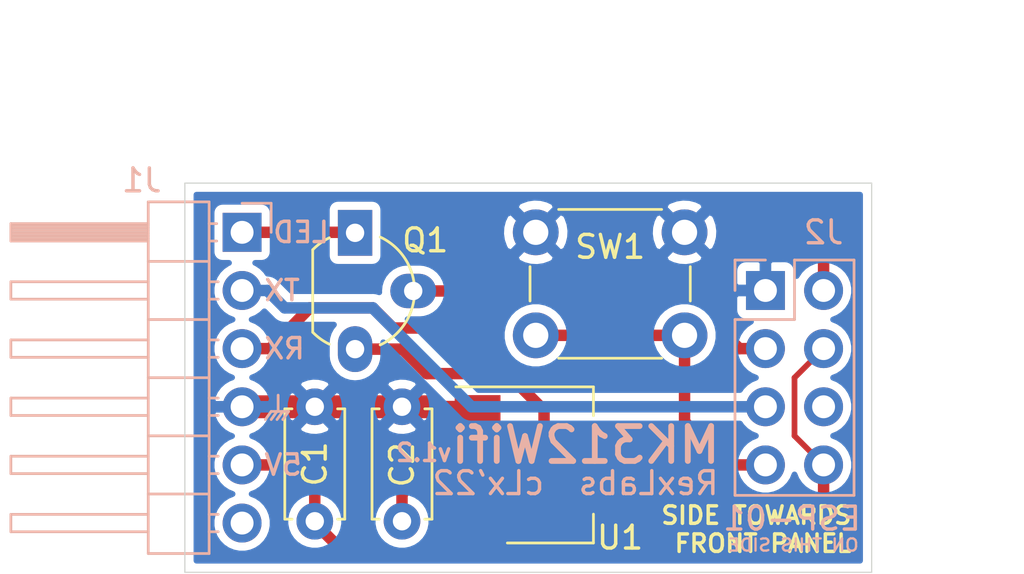
<source format=kicad_pcb>
(kicad_pcb (version 20171130) (host pcbnew 5.1.9+dfsg1-1)

  (general
    (thickness 1.6)
    (drawings 22)
    (tracks 59)
    (zones 0)
    (modules 7)
    (nets 11)
  )

  (page A4)
  (layers
    (0 F.Cu signal)
    (31 B.Cu signal)
    (32 B.Adhes user)
    (33 F.Adhes user)
    (34 B.Paste user)
    (35 F.Paste user)
    (36 B.SilkS user)
    (37 F.SilkS user)
    (38 B.Mask user)
    (39 F.Mask user)
    (40 Dwgs.User user)
    (41 Cmts.User user hide)
    (42 Eco1.User user hide)
    (43 Eco2.User user hide)
    (44 Edge.Cuts user)
    (45 Margin user)
    (46 B.CrtYd user)
    (47 F.CrtYd user)
    (48 B.Fab user hide)
    (49 F.Fab user hide)
  )

  (setup
    (last_trace_width 0.5)
    (user_trace_width 0.5)
    (trace_clearance 0.2)
    (zone_clearance 0.3556)
    (zone_45_only no)
    (trace_min 0.2)
    (via_size 0.8)
    (via_drill 0.4)
    (via_min_size 0.4)
    (via_min_drill 0.3)
    (uvia_size 0.3)
    (uvia_drill 0.1)
    (uvias_allowed no)
    (uvia_min_size 0.2)
    (uvia_min_drill 0.1)
    (edge_width 0.05)
    (segment_width 0.2)
    (pcb_text_width 0.3)
    (pcb_text_size 1.5 1.5)
    (mod_edge_width 0.12)
    (mod_text_size 1 1)
    (mod_text_width 0.15)
    (pad_size 1.524 1.524)
    (pad_drill 0.762)
    (pad_to_mask_clearance 0)
    (aux_axis_origin 0 0)
    (grid_origin 139.573 99.06)
    (visible_elements FFFFFF7F)
    (pcbplotparams
      (layerselection 0x010fc_ffffffff)
      (usegerberextensions false)
      (usegerberattributes true)
      (usegerberadvancedattributes true)
      (creategerberjobfile true)
      (excludeedgelayer true)
      (linewidth 0.100000)
      (plotframeref false)
      (viasonmask false)
      (mode 1)
      (useauxorigin false)
      (hpglpennumber 1)
      (hpglpenspeed 20)
      (hpglpendiameter 15.000000)
      (psnegative false)
      (psa4output false)
      (plotreference true)
      (plotvalue true)
      (plotinvisibletext false)
      (padsonsilk false)
      (subtractmaskfromsilk false)
      (outputformat 1)
      (mirror false)
      (drillshape 1)
      (scaleselection 1)
      (outputdirectory ""))
  )

  (net 0 "")
  (net 1 "Net-(J1-Pad6)")
  (net 2 /STATE_LED)
  (net 3 GND)
  (net 4 /+5V)
  (net 5 +3V3)
  (net 6 /RX)
  (net 7 /TX)
  (net 8 "Net-(J2-Pad6)")
  (net 9 "Net-(J2-Pad4)")
  (net 10 "Net-(J2-Pad8)")

  (net_class Default "This is the default net class."
    (clearance 0.2)
    (trace_width 0.5)
    (via_dia 0.8)
    (via_drill 0.4)
    (uvia_dia 0.3)
    (uvia_drill 0.1)
    (add_net +3V3)
    (add_net /+5V)
    (add_net /RX)
    (add_net /STATE_LED)
    (add_net /TX)
    (add_net GND)
    (add_net "Net-(J1-Pad6)")
    (add_net "Net-(J2-Pad4)")
    (add_net "Net-(J2-Pad6)")
    (add_net "Net-(J2-Pad8)")
  )

  (net_class GND ""
    (clearance 0.25)
    (trace_width 1)
    (via_dia 0.8)
    (via_drill 0.4)
    (uvia_dia 0.3)
    (uvia_drill 0.1)
  )

  (module "ESP Wifi Interface:ESP_2x04" (layer B.Cu) (tedit 622C6AD9) (tstamp 624C1760)
    (at 163.703 99.06 270)
    (descr "Through hole straight pin header, 2x04, 2.54mm pitch, double rows")
    (tags "Through hole pin header THT 2x04 2.54mm double row")
    (path /620BB733)
    (fp_text reference J2 (at -6.35 -1.27) (layer B.SilkS)
      (effects (font (size 1 1) (thickness 0.15)) (justify mirror))
    )
    (fp_text value ESP-01 (at 6.156069 0.110019 180) (layer B.SilkS)
      (effects (font (size 1 1) (thickness 0.15)) (justify mirror))
    )
    (fp_line (start -5.08 1.27) (end -5.08 -2.54) (layer B.Fab) (width 0.1))
    (fp_line (start -5.08 -2.54) (end 5.08 -2.54) (layer B.Fab) (width 0.1))
    (fp_line (start 5.08 -2.54) (end 5.08 2.54) (layer B.Fab) (width 0.1))
    (fp_line (start 5.08 2.54) (end -3.81 2.54) (layer B.Fab) (width 0.1))
    (fp_line (start -3.81 2.54) (end -5.08 1.27) (layer B.Fab) (width 0.1))
    (fp_line (start 5.14 2.6) (end 5.14 -2.6) (layer B.SilkS) (width 0.12))
    (fp_line (start -2.54 2.6) (end 5.14 2.6) (layer B.SilkS) (width 0.12))
    (fp_line (start -5.14 -2.6) (end 5.14 -2.6) (layer B.SilkS) (width 0.12))
    (fp_line (start -2.54 2.6) (end -2.54 0) (layer B.SilkS) (width 0.12))
    (fp_line (start -2.54 0) (end -5.14 0) (layer B.SilkS) (width 0.12))
    (fp_line (start -5.14 0) (end -5.14 -2.6) (layer B.SilkS) (width 0.12))
    (fp_line (start -3.81 2.6) (end -5.14 2.6) (layer B.SilkS) (width 0.12))
    (fp_line (start -5.14 2.6) (end -5.14 1.27) (layer B.SilkS) (width 0.12))
    (fp_line (start -5.61 3.07) (end 5.59 3.07) (layer B.CrtYd) (width 0.05))
    (fp_line (start 5.59 3.07) (end 5.59 -3.08) (layer B.CrtYd) (width 0.05))
    (fp_line (start 5.59 -3.08) (end -5.61 -3.08) (layer B.CrtYd) (width 0.05))
    (fp_line (start -5.61 -3.08) (end -5.61 3.07) (layer B.CrtYd) (width 0.05))
    (fp_text user %R (at 0 0 270) (layer B.Fab)
      (effects (font (size 1 1) (thickness 0.15)) (justify mirror))
    )
    (pad 1 thru_hole rect (at -3.81 1.27 180) (size 1.7 1.7) (drill 1) (layers *.Cu *.Mask)
      (net 3 GND))
    (pad 8 thru_hole oval (at -3.81 -1.27 180) (size 1.7 1.7) (drill 1) (layers *.Cu *.Mask)
      (net 10 "Net-(J2-Pad8)"))
    (pad 2 thru_hole oval (at -1.27 1.27 180) (size 1.7 1.7) (drill 1) (layers *.Cu *.Mask)
      (net 6 /RX))
    (pad 7 thru_hole oval (at -1.27 -1.27 180) (size 1.7 1.7) (drill 1) (layers *.Cu *.Mask)
      (net 5 +3V3))
    (pad 3 thru_hole oval (at 1.27 1.27 180) (size 1.7 1.7) (drill 1) (layers *.Cu *.Mask)
      (net 7 /TX))
    (pad 6 thru_hole oval (at 1.27 -1.27 180) (size 1.7 1.7) (drill 1) (layers *.Cu *.Mask)
      (net 8 "Net-(J2-Pad6)"))
    (pad 4 thru_hole oval (at 3.81 1.27 180) (size 1.7 1.7) (drill 1) (layers *.Cu *.Mask)
      (net 9 "Net-(J2-Pad4)"))
    (pad 5 thru_hole oval (at 3.81 -1.27 180) (size 1.7 1.7) (drill 1) (layers *.Cu *.Mask)
      (net 5 +3V3))
    (model ${KISYS3DMOD}/Pin_Headers.3dshapes/Pin_Header_Straight_2x04_Pitch2.54mm.wrl
      (at (xyz 0 0 0))
      (scale (xyz 1 1 1))
      (rotate (xyz 0 0 0))
    )
  )

  (module Capacitors_THT:C_Disc_D4.7mm_W2.5mm_P5.00mm (layer F.Cu) (tedit 597BC7C2) (tstamp 624C04E1)
    (at 146.558 105.33 90)
    (descr "C, Disc series, Radial, pin pitch=5.00mm, , diameter*width=4.7*2.5mm^2, Capacitor, http://www.vishay.com/docs/45233/krseries.pdf")
    (tags "C Disc series Radial pin pitch 5.00mm  diameter 4.7mm width 2.5mm Capacitor")
    (path /620B0121)
    (fp_text reference C2 (at 2.46 0 90) (layer F.SilkS)
      (effects (font (size 1 1) (thickness 0.15)))
    )
    (fp_text value 100n (at 2.5 2.56 90) (layer F.Fab)
      (effects (font (size 1 1) (thickness 0.15)))
    )
    (fp_line (start 6.05 -1.6) (end -1.05 -1.6) (layer F.CrtYd) (width 0.05))
    (fp_line (start 6.05 1.6) (end 6.05 -1.6) (layer F.CrtYd) (width 0.05))
    (fp_line (start -1.05 1.6) (end 6.05 1.6) (layer F.CrtYd) (width 0.05))
    (fp_line (start -1.05 -1.6) (end -1.05 1.6) (layer F.CrtYd) (width 0.05))
    (fp_line (start 4.91 0.996) (end 4.91 1.31) (layer F.SilkS) (width 0.12))
    (fp_line (start 4.91 -1.31) (end 4.91 -0.996) (layer F.SilkS) (width 0.12))
    (fp_line (start 0.09 0.996) (end 0.09 1.31) (layer F.SilkS) (width 0.12))
    (fp_line (start 0.09 -1.31) (end 0.09 -0.996) (layer F.SilkS) (width 0.12))
    (fp_line (start 0.09 1.31) (end 4.91 1.31) (layer F.SilkS) (width 0.12))
    (fp_line (start 0.09 -1.31) (end 4.91 -1.31) (layer F.SilkS) (width 0.12))
    (fp_line (start 4.85 -1.25) (end 0.15 -1.25) (layer F.Fab) (width 0.1))
    (fp_line (start 4.85 1.25) (end 4.85 -1.25) (layer F.Fab) (width 0.1))
    (fp_line (start 0.15 1.25) (end 4.85 1.25) (layer F.Fab) (width 0.1))
    (fp_line (start 0.15 -1.25) (end 0.15 1.25) (layer F.Fab) (width 0.1))
    (fp_text user %R (at 2.5 0 90) (layer F.Fab)
      (effects (font (size 1 1) (thickness 0.15)))
    )
    (pad 2 thru_hole circle (at 5 0 90) (size 1.6 1.6) (drill 0.8) (layers *.Cu *.Mask)
      (net 3 GND))
    (pad 1 thru_hole circle (at 0 0 90) (size 1.6 1.6) (drill 0.8) (layers *.Cu *.Mask)
      (net 5 +3V3))
    (model ${KISYS3DMOD}/Capacitors_THT.3dshapes/C_Disc_D4.7mm_W2.5mm_P5.00mm.wrl
      (at (xyz 0 0 0))
      (scale (xyz 1 1 1))
      (rotate (xyz 0 0 0))
    )
  )

  (module Capacitors_THT:C_Disc_D4.7mm_W2.5mm_P5.00mm (layer F.Cu) (tedit 597BC7C2) (tstamp 624C05AD)
    (at 142.748 105.33 90)
    (descr "C, Disc series, Radial, pin pitch=5.00mm, , diameter*width=4.7*2.5mm^2, Capacitor, http://www.vishay.com/docs/45233/krseries.pdf")
    (tags "C Disc series Radial pin pitch 5.00mm  diameter 4.7mm width 2.5mm Capacitor")
    (path /620AFC68)
    (fp_text reference C1 (at 2.5 0 90) (layer F.SilkS)
      (effects (font (size 1 1) (thickness 0.15)))
    )
    (fp_text value 100n (at 2.5 2.56 90) (layer F.Fab)
      (effects (font (size 1 1) (thickness 0.15)))
    )
    (fp_line (start 6.05 -1.6) (end -1.05 -1.6) (layer F.CrtYd) (width 0.05))
    (fp_line (start 6.05 1.6) (end 6.05 -1.6) (layer F.CrtYd) (width 0.05))
    (fp_line (start -1.05 1.6) (end 6.05 1.6) (layer F.CrtYd) (width 0.05))
    (fp_line (start -1.05 -1.6) (end -1.05 1.6) (layer F.CrtYd) (width 0.05))
    (fp_line (start 4.91 0.996) (end 4.91 1.31) (layer F.SilkS) (width 0.12))
    (fp_line (start 4.91 -1.31) (end 4.91 -0.996) (layer F.SilkS) (width 0.12))
    (fp_line (start 0.09 0.996) (end 0.09 1.31) (layer F.SilkS) (width 0.12))
    (fp_line (start 0.09 -1.31) (end 0.09 -0.996) (layer F.SilkS) (width 0.12))
    (fp_line (start 0.09 1.31) (end 4.91 1.31) (layer F.SilkS) (width 0.12))
    (fp_line (start 0.09 -1.31) (end 4.91 -1.31) (layer F.SilkS) (width 0.12))
    (fp_line (start 4.85 -1.25) (end 0.15 -1.25) (layer F.Fab) (width 0.1))
    (fp_line (start 4.85 1.25) (end 4.85 -1.25) (layer F.Fab) (width 0.1))
    (fp_line (start 0.15 1.25) (end 4.85 1.25) (layer F.Fab) (width 0.1))
    (fp_line (start 0.15 -1.25) (end 0.15 1.25) (layer F.Fab) (width 0.1))
    (fp_text user %R (at 2.5 0 90) (layer F.Fab)
      (effects (font (size 1 1) (thickness 0.15)))
    )
    (pad 2 thru_hole circle (at 5 0 90) (size 1.6 1.6) (drill 0.8) (layers *.Cu *.Mask)
      (net 3 GND))
    (pad 1 thru_hole circle (at 0 0 90) (size 1.6 1.6) (drill 0.8) (layers *.Cu *.Mask)
      (net 4 /+5V))
    (model ${KISYS3DMOD}/Capacitors_THT.3dshapes/C_Disc_D4.7mm_W2.5mm_P5.00mm.wrl
      (at (xyz 0 0 0))
      (scale (xyz 1 1 1))
      (rotate (xyz 0 0 0))
    )
  )

  (module TO_SOT_Packages_SMD:SOT-223-3_TabPin2 (layer F.Cu) (tedit 58CE4E7E) (tstamp 6216B120)
    (at 153.01 102.87)
    (descr "module CMS SOT223 4 pins")
    (tags "CMS SOT")
    (path /620AD5A0)
    (attr smd)
    (fp_text reference U1 (at 3.073 3.175) (layer F.SilkS)
      (effects (font (size 1 1) (thickness 0.15)))
    )
    (fp_text value AMS1117-3.3 (at 0 4.5) (layer F.Fab)
      (effects (font (size 1 1) (thickness 0.15)))
    )
    (fp_line (start 1.85 -3.35) (end 1.85 3.35) (layer F.Fab) (width 0.1))
    (fp_line (start -1.85 3.35) (end 1.85 3.35) (layer F.Fab) (width 0.1))
    (fp_line (start -4.1 -3.41) (end 1.91 -3.41) (layer F.SilkS) (width 0.12))
    (fp_line (start -0.85 -3.35) (end 1.85 -3.35) (layer F.Fab) (width 0.1))
    (fp_line (start -1.85 3.41) (end 1.91 3.41) (layer F.SilkS) (width 0.12))
    (fp_line (start -1.85 -2.35) (end -1.85 3.35) (layer F.Fab) (width 0.1))
    (fp_line (start -1.85 -2.35) (end -0.85 -3.35) (layer F.Fab) (width 0.1))
    (fp_line (start -4.4 -3.6) (end -4.4 3.6) (layer F.CrtYd) (width 0.05))
    (fp_line (start -4.4 3.6) (end 4.4 3.6) (layer F.CrtYd) (width 0.05))
    (fp_line (start 4.4 3.6) (end 4.4 -3.6) (layer F.CrtYd) (width 0.05))
    (fp_line (start 4.4 -3.6) (end -4.4 -3.6) (layer F.CrtYd) (width 0.05))
    (fp_line (start 1.91 -3.41) (end 1.91 -2.15) (layer F.SilkS) (width 0.12))
    (fp_line (start 1.91 3.41) (end 1.91 2.15) (layer F.SilkS) (width 0.12))
    (fp_text user %R (at 0 0 90) (layer F.Fab)
      (effects (font (size 0.8 0.8) (thickness 0.12)))
    )
    (pad 1 smd rect (at -3.15 -2.3) (size 2 1.5) (layers F.Cu F.Paste F.Mask)
      (net 3 GND))
    (pad 3 smd rect (at -3.15 2.3) (size 2 1.5) (layers F.Cu F.Paste F.Mask)
      (net 4 /+5V))
    (pad 2 smd rect (at -3.15 0) (size 2 1.5) (layers F.Cu F.Paste F.Mask)
      (net 5 +3V3))
    (pad 2 smd rect (at 3.15 0) (size 2 3.8) (layers F.Cu F.Paste F.Mask)
      (net 5 +3V3))
    (model ${KISYS3DMOD}/TO_SOT_Packages_SMD.3dshapes/SOT-223.wrl
      (at (xyz 0 0 0))
      (scale (xyz 1 1 1))
      (rotate (xyz 0 0 0))
    )
  )

  (module Buttons_Switches_THT:SW_PUSH_6mm (layer F.Cu) (tedit 5923F252) (tstamp 6216F3F0)
    (at 152.4 92.71)
    (descr https://www.omron.com/ecb/products/pdf/en-b3f.pdf)
    (tags "tact sw push 6mm")
    (path /620C188C)
    (fp_text reference SW1 (at 3.25 0.635) (layer F.SilkS)
      (effects (font (size 1 1) (thickness 0.15)))
    )
    (fp_text value SW_Push (at 3.75 6.7) (layer F.Fab)
      (effects (font (size 1 1) (thickness 0.15)))
    )
    (fp_circle (center 3.25 2.25) (end 1.25 2.5) (layer F.Fab) (width 0.1))
    (fp_line (start 6.75 3) (end 6.75 1.5) (layer F.SilkS) (width 0.12))
    (fp_line (start 5.5 -1) (end 1 -1) (layer F.SilkS) (width 0.12))
    (fp_line (start -0.25 1.5) (end -0.25 3) (layer F.SilkS) (width 0.12))
    (fp_line (start 1 5.5) (end 5.5 5.5) (layer F.SilkS) (width 0.12))
    (fp_line (start 8 -1.25) (end 8 5.75) (layer F.CrtYd) (width 0.05))
    (fp_line (start 7.75 6) (end -1.25 6) (layer F.CrtYd) (width 0.05))
    (fp_line (start -1.5 5.75) (end -1.5 -1.25) (layer F.CrtYd) (width 0.05))
    (fp_line (start -1.25 -1.5) (end 7.75 -1.5) (layer F.CrtYd) (width 0.05))
    (fp_line (start -1.5 6) (end -1.25 6) (layer F.CrtYd) (width 0.05))
    (fp_line (start -1.5 5.75) (end -1.5 6) (layer F.CrtYd) (width 0.05))
    (fp_line (start -1.5 -1.5) (end -1.25 -1.5) (layer F.CrtYd) (width 0.05))
    (fp_line (start -1.5 -1.25) (end -1.5 -1.5) (layer F.CrtYd) (width 0.05))
    (fp_line (start 8 -1.5) (end 8 -1.25) (layer F.CrtYd) (width 0.05))
    (fp_line (start 7.75 -1.5) (end 8 -1.5) (layer F.CrtYd) (width 0.05))
    (fp_line (start 8 6) (end 8 5.75) (layer F.CrtYd) (width 0.05))
    (fp_line (start 7.75 6) (end 8 6) (layer F.CrtYd) (width 0.05))
    (fp_line (start 0.25 -0.75) (end 3.25 -0.75) (layer F.Fab) (width 0.1))
    (fp_line (start 0.25 5.25) (end 0.25 -0.75) (layer F.Fab) (width 0.1))
    (fp_line (start 6.25 5.25) (end 0.25 5.25) (layer F.Fab) (width 0.1))
    (fp_line (start 6.25 -0.75) (end 6.25 5.25) (layer F.Fab) (width 0.1))
    (fp_line (start 3.25 -0.75) (end 6.25 -0.75) (layer F.Fab) (width 0.1))
    (fp_text user %R (at 3.25 2.25) (layer F.Fab)
      (effects (font (size 1 1) (thickness 0.15)))
    )
    (pad 1 thru_hole circle (at 6.5 0 90) (size 2 2) (drill 1.1) (layers *.Cu *.Mask)
      (net 3 GND))
    (pad 2 thru_hole circle (at 6.5 4.5 90) (size 2 2) (drill 1.1) (layers *.Cu *.Mask)
      (net 9 "Net-(J2-Pad4)"))
    (pad 1 thru_hole circle (at 0 0 90) (size 2 2) (drill 1.1) (layers *.Cu *.Mask)
      (net 3 GND))
    (pad 2 thru_hole circle (at 0 4.5 90) (size 2 2) (drill 1.1) (layers *.Cu *.Mask)
      (net 9 "Net-(J2-Pad4)"))
    (model ${KISYS3DMOD}/Buttons_Switches_THT.3dshapes/SW_PUSH_6mm.wrl
      (offset (xyz 0.1269999980926514 0 0))
      (scale (xyz 0.3937 0.3937 0.3937))
      (rotate (xyz 0 0 0))
    )
  )

  (module TO_SOT_Packages_THT:TO-92_Molded_Wide_Oval (layer F.Cu) (tedit 58CE52AF) (tstamp 624BAA88)
    (at 144.507542 92.732295 270)
    (descr "TO-92 leads molded, wide, oval pads, drill 0.8mm (see NXP sot054_po.pdf)")
    (tags "to-92 sc-43 sc-43a sot54 PA33 transistor")
    (path /624B7ECC)
    (fp_text reference Q1 (at 0.327705 -3.065458 180) (layer F.SilkS)
      (effects (font (size 1 1) (thickness 0.15)))
    )
    (fp_text value PN2222A (at 2.54 3.05 90) (layer F.Fab)
      (effects (font (size 1 1) (thickness 0.15)))
    )
    (fp_line (start 6.33 2.01) (end -1.25 2.01) (layer F.CrtYd) (width 0.05))
    (fp_line (start 6.33 2.01) (end 6.33 -3.79) (layer F.CrtYd) (width 0.05))
    (fp_line (start -1.25 -3.79) (end -1.25 2.01) (layer F.CrtYd) (width 0.05))
    (fp_line (start -1.25 -3.79) (end 6.33 -3.79) (layer F.CrtYd) (width 0.05))
    (fp_line (start 0.8 1.75) (end 4.3 1.75) (layer F.Fab) (width 0.1))
    (fp_line (start 0.74 1.85) (end 4.34 1.85) (layer F.SilkS) (width 0.12))
    (fp_arc (start 2.54 0) (end 4.34 1.85) (angle -20) (layer F.SilkS) (width 0.12))
    (fp_arc (start 2.54 0) (end 2.54 -2.48) (angle -135) (layer F.Fab) (width 0.1))
    (fp_arc (start 2.54 0) (end 2.54 -2.48) (angle 135) (layer F.Fab) (width 0.1))
    (fp_arc (start 2.54 0) (end 2.54 -2.6) (angle 65) (layer F.SilkS) (width 0.12))
    (fp_arc (start 2.54 0) (end 2.54 -2.6) (angle -65) (layer F.SilkS) (width 0.12))
    (fp_arc (start 2.54 0) (end 0.74 1.85) (angle 20) (layer F.SilkS) (width 0.12))
    (fp_text user %R (at 2.54 -4.57 90) (layer F.Fab)
      (effects (font (size 1 1) (thickness 0.15)))
    )
    (pad 3 thru_hole oval (at 5.08 0) (size 1.5 2) (drill 0.8) (layers *.Cu *.Mask)
      (net 5 +3V3))
    (pad 1 thru_hole rect (at 0 0) (size 1.5 2) (drill 0.8) (layers *.Cu *.Mask)
      (net 2 /STATE_LED))
    (pad 2 thru_hole oval (at 2.54 -2.54) (size 2 1.5) (drill 0.8) (layers *.Cu *.Mask)
      (net 10 "Net-(J2-Pad8)"))
    (model ${KISYS3DMOD}/TO_SOT_Packages_THT.3dshapes/TO-92_Molded_Wide_Oval.wrl
      (offset (xyz 2.539999961853027 0 0))
      (scale (xyz 1 1 1))
      (rotate (xyz 0 0 -90))
    )
  )

  (module Pin_Headers:Pin_Header_Angled_1x06_Pitch2.54mm (layer B.Cu) (tedit 59650532) (tstamp 6217A7E6)
    (at 139.573 92.71 180)
    (descr "Through hole angled pin header, 1x06, 2.54mm pitch, 6mm pin length, single row")
    (tags "Through hole angled pin header THT 1x06 2.54mm single row")
    (path /620BC83D)
    (fp_text reference J1 (at 4.385 2.27) (layer B.SilkS)
      (effects (font (size 1 1) (thickness 0.15)) (justify mirror))
    )
    (fp_text value "MK312 Interface" (at 4.385 -14.97) (layer B.Fab)
      (effects (font (size 1 1) (thickness 0.15)) (justify mirror))
    )
    (fp_line (start 10.55 1.8) (end -1.8 1.8) (layer B.CrtYd) (width 0.05))
    (fp_line (start 10.55 -14.5) (end 10.55 1.8) (layer B.CrtYd) (width 0.05))
    (fp_line (start -1.8 -14.5) (end 10.55 -14.5) (layer B.CrtYd) (width 0.05))
    (fp_line (start -1.8 1.8) (end -1.8 -14.5) (layer B.CrtYd) (width 0.05))
    (fp_line (start -1.27 1.27) (end 0 1.27) (layer B.SilkS) (width 0.12))
    (fp_line (start -1.27 0) (end -1.27 1.27) (layer B.SilkS) (width 0.12))
    (fp_line (start 1.042929 -13.08) (end 1.44 -13.08) (layer B.SilkS) (width 0.12))
    (fp_line (start 1.042929 -12.32) (end 1.44 -12.32) (layer B.SilkS) (width 0.12))
    (fp_line (start 10.1 -13.08) (end 4.1 -13.08) (layer B.SilkS) (width 0.12))
    (fp_line (start 10.1 -12.32) (end 10.1 -13.08) (layer B.SilkS) (width 0.12))
    (fp_line (start 4.1 -12.32) (end 10.1 -12.32) (layer B.SilkS) (width 0.12))
    (fp_line (start 1.44 -11.43) (end 4.1 -11.43) (layer B.SilkS) (width 0.12))
    (fp_line (start 1.042929 -10.54) (end 1.44 -10.54) (layer B.SilkS) (width 0.12))
    (fp_line (start 1.042929 -9.78) (end 1.44 -9.78) (layer B.SilkS) (width 0.12))
    (fp_line (start 10.1 -10.54) (end 4.1 -10.54) (layer B.SilkS) (width 0.12))
    (fp_line (start 10.1 -9.78) (end 10.1 -10.54) (layer B.SilkS) (width 0.12))
    (fp_line (start 4.1 -9.78) (end 10.1 -9.78) (layer B.SilkS) (width 0.12))
    (fp_line (start 1.44 -8.89) (end 4.1 -8.89) (layer B.SilkS) (width 0.12))
    (fp_line (start 1.042929 -8) (end 1.44 -8) (layer B.SilkS) (width 0.12))
    (fp_line (start 1.042929 -7.24) (end 1.44 -7.24) (layer B.SilkS) (width 0.12))
    (fp_line (start 10.1 -8) (end 4.1 -8) (layer B.SilkS) (width 0.12))
    (fp_line (start 10.1 -7.24) (end 10.1 -8) (layer B.SilkS) (width 0.12))
    (fp_line (start 4.1 -7.24) (end 10.1 -7.24) (layer B.SilkS) (width 0.12))
    (fp_line (start 1.44 -6.35) (end 4.1 -6.35) (layer B.SilkS) (width 0.12))
    (fp_line (start 1.042929 -5.46) (end 1.44 -5.46) (layer B.SilkS) (width 0.12))
    (fp_line (start 1.042929 -4.7) (end 1.44 -4.7) (layer B.SilkS) (width 0.12))
    (fp_line (start 10.1 -5.46) (end 4.1 -5.46) (layer B.SilkS) (width 0.12))
    (fp_line (start 10.1 -4.7) (end 10.1 -5.46) (layer B.SilkS) (width 0.12))
    (fp_line (start 4.1 -4.7) (end 10.1 -4.7) (layer B.SilkS) (width 0.12))
    (fp_line (start 1.44 -3.81) (end 4.1 -3.81) (layer B.SilkS) (width 0.12))
    (fp_line (start 1.042929 -2.92) (end 1.44 -2.92) (layer B.SilkS) (width 0.12))
    (fp_line (start 1.042929 -2.16) (end 1.44 -2.16) (layer B.SilkS) (width 0.12))
    (fp_line (start 10.1 -2.92) (end 4.1 -2.92) (layer B.SilkS) (width 0.12))
    (fp_line (start 10.1 -2.16) (end 10.1 -2.92) (layer B.SilkS) (width 0.12))
    (fp_line (start 4.1 -2.16) (end 10.1 -2.16) (layer B.SilkS) (width 0.12))
    (fp_line (start 1.44 -1.27) (end 4.1 -1.27) (layer B.SilkS) (width 0.12))
    (fp_line (start 1.11 -0.38) (end 1.44 -0.38) (layer B.SilkS) (width 0.12))
    (fp_line (start 1.11 0.38) (end 1.44 0.38) (layer B.SilkS) (width 0.12))
    (fp_line (start 4.1 -0.28) (end 10.1 -0.28) (layer B.SilkS) (width 0.12))
    (fp_line (start 4.1 -0.16) (end 10.1 -0.16) (layer B.SilkS) (width 0.12))
    (fp_line (start 4.1 -0.04) (end 10.1 -0.04) (layer B.SilkS) (width 0.12))
    (fp_line (start 4.1 0.08) (end 10.1 0.08) (layer B.SilkS) (width 0.12))
    (fp_line (start 4.1 0.2) (end 10.1 0.2) (layer B.SilkS) (width 0.12))
    (fp_line (start 4.1 0.32) (end 10.1 0.32) (layer B.SilkS) (width 0.12))
    (fp_line (start 10.1 -0.38) (end 4.1 -0.38) (layer B.SilkS) (width 0.12))
    (fp_line (start 10.1 0.38) (end 10.1 -0.38) (layer B.SilkS) (width 0.12))
    (fp_line (start 4.1 0.38) (end 10.1 0.38) (layer B.SilkS) (width 0.12))
    (fp_line (start 4.1 1.33) (end 1.44 1.33) (layer B.SilkS) (width 0.12))
    (fp_line (start 4.1 -14.03) (end 4.1 1.33) (layer B.SilkS) (width 0.12))
    (fp_line (start 1.44 -14.03) (end 4.1 -14.03) (layer B.SilkS) (width 0.12))
    (fp_line (start 1.44 1.33) (end 1.44 -14.03) (layer B.SilkS) (width 0.12))
    (fp_line (start 4.04 -13.02) (end 10.04 -13.02) (layer B.Fab) (width 0.1))
    (fp_line (start 10.04 -12.38) (end 10.04 -13.02) (layer B.Fab) (width 0.1))
    (fp_line (start 4.04 -12.38) (end 10.04 -12.38) (layer B.Fab) (width 0.1))
    (fp_line (start -0.32 -13.02) (end 1.5 -13.02) (layer B.Fab) (width 0.1))
    (fp_line (start -0.32 -12.38) (end -0.32 -13.02) (layer B.Fab) (width 0.1))
    (fp_line (start -0.32 -12.38) (end 1.5 -12.38) (layer B.Fab) (width 0.1))
    (fp_line (start 4.04 -10.48) (end 10.04 -10.48) (layer B.Fab) (width 0.1))
    (fp_line (start 10.04 -9.84) (end 10.04 -10.48) (layer B.Fab) (width 0.1))
    (fp_line (start 4.04 -9.84) (end 10.04 -9.84) (layer B.Fab) (width 0.1))
    (fp_line (start -0.32 -10.48) (end 1.5 -10.48) (layer B.Fab) (width 0.1))
    (fp_line (start -0.32 -9.84) (end -0.32 -10.48) (layer B.Fab) (width 0.1))
    (fp_line (start -0.32 -9.84) (end 1.5 -9.84) (layer B.Fab) (width 0.1))
    (fp_line (start 4.04 -7.94) (end 10.04 -7.94) (layer B.Fab) (width 0.1))
    (fp_line (start 10.04 -7.3) (end 10.04 -7.94) (layer B.Fab) (width 0.1))
    (fp_line (start 4.04 -7.3) (end 10.04 -7.3) (layer B.Fab) (width 0.1))
    (fp_line (start -0.32 -7.94) (end 1.5 -7.94) (layer B.Fab) (width 0.1))
    (fp_line (start -0.32 -7.3) (end -0.32 -7.94) (layer B.Fab) (width 0.1))
    (fp_line (start -0.32 -7.3) (end 1.5 -7.3) (layer B.Fab) (width 0.1))
    (fp_line (start 4.04 -5.4) (end 10.04 -5.4) (layer B.Fab) (width 0.1))
    (fp_line (start 10.04 -4.76) (end 10.04 -5.4) (layer B.Fab) (width 0.1))
    (fp_line (start 4.04 -4.76) (end 10.04 -4.76) (layer B.Fab) (width 0.1))
    (fp_line (start -0.32 -5.4) (end 1.5 -5.4) (layer B.Fab) (width 0.1))
    (fp_line (start -0.32 -4.76) (end -0.32 -5.4) (layer B.Fab) (width 0.1))
    (fp_line (start -0.32 -4.76) (end 1.5 -4.76) (layer B.Fab) (width 0.1))
    (fp_line (start 4.04 -2.86) (end 10.04 -2.86) (layer B.Fab) (width 0.1))
    (fp_line (start 10.04 -2.22) (end 10.04 -2.86) (layer B.Fab) (width 0.1))
    (fp_line (start 4.04 -2.22) (end 10.04 -2.22) (layer B.Fab) (width 0.1))
    (fp_line (start -0.32 -2.86) (end 1.5 -2.86) (layer B.Fab) (width 0.1))
    (fp_line (start -0.32 -2.22) (end -0.32 -2.86) (layer B.Fab) (width 0.1))
    (fp_line (start -0.32 -2.22) (end 1.5 -2.22) (layer B.Fab) (width 0.1))
    (fp_line (start 4.04 -0.32) (end 10.04 -0.32) (layer B.Fab) (width 0.1))
    (fp_line (start 10.04 0.32) (end 10.04 -0.32) (layer B.Fab) (width 0.1))
    (fp_line (start 4.04 0.32) (end 10.04 0.32) (layer B.Fab) (width 0.1))
    (fp_line (start -0.32 -0.32) (end 1.5 -0.32) (layer B.Fab) (width 0.1))
    (fp_line (start -0.32 0.32) (end -0.32 -0.32) (layer B.Fab) (width 0.1))
    (fp_line (start -0.32 0.32) (end 1.5 0.32) (layer B.Fab) (width 0.1))
    (fp_line (start 1.5 0.635) (end 2.135 1.27) (layer B.Fab) (width 0.1))
    (fp_line (start 1.5 -13.97) (end 1.5 0.635) (layer B.Fab) (width 0.1))
    (fp_line (start 4.04 -13.97) (end 1.5 -13.97) (layer B.Fab) (width 0.1))
    (fp_line (start 4.04 1.27) (end 4.04 -13.97) (layer B.Fab) (width 0.1))
    (fp_line (start 2.135 1.27) (end 4.04 1.27) (layer B.Fab) (width 0.1))
    (fp_text user %R (at 2.77 -6.35 270) (layer B.Fab)
      (effects (font (size 1 1) (thickness 0.15)) (justify mirror))
    )
    (pad 6 thru_hole oval (at 0 -12.7 180) (size 1.7 1.7) (drill 1) (layers *.Cu *.Mask)
      (net 1 "Net-(J1-Pad6)"))
    (pad 5 thru_hole oval (at 0 -10.16 180) (size 1.7 1.7) (drill 1) (layers *.Cu *.Mask)
      (net 4 /+5V))
    (pad 4 thru_hole oval (at 0 -7.62 180) (size 1.7 1.7) (drill 1) (layers *.Cu *.Mask)
      (net 3 GND))
    (pad 3 thru_hole oval (at 0 -5.08 180) (size 1.7 1.7) (drill 1) (layers *.Cu *.Mask)
      (net 6 /RX))
    (pad 2 thru_hole oval (at 0 -2.54 180) (size 1.7 1.7) (drill 1) (layers *.Cu *.Mask)
      (net 7 /TX))
    (pad 1 thru_hole rect (at 0 0 180) (size 1.7 1.7) (drill 1) (layers *.Cu *.Mask)
      (net 2 /STATE_LED))
    (model ${KISYS3DMOD}/Pin_Headers.3dshapes/Pin_Header_Angled_1x06_Pitch2.54mm.wrl
      (at (xyz 0 0 0))
      (scale (xyz 1 1 1))
      (rotate (xyz 0 0 0))
    )
  )

  (gr_line (start 141.1478 100.5332) (end 141.1478 99.822) (layer B.SilkS) (width 0.12) (tstamp 624DC759))
  (gr_line (start 141.351 100.5332) (end 141.097 100.8888) (layer B.SilkS) (width 0.12) (tstamp 624DC753))
  (gr_line (start 141.097 100.5332) (end 140.843 100.8888) (layer B.SilkS) (width 0.12) (tstamp 624DC756))
  (gr_line (start 140.843 100.5332) (end 140.589 100.8888) (layer B.SilkS) (width 0.12) (tstamp 624DC673))
  (gr_line (start 141.605 100.5332) (end 141.351 100.8888) (layer B.SilkS) (width 0.12))
  (gr_line (start 140.843 100.5332) (end 141.605 100.5332) (layer B.SilkS) (width 0.12))
  (gr_text RX (at 140.462 97.79) (layer B.SilkS) (tstamp 624DC586)
    (effects (font (size 0.889 0.889) (thickness 0.15)) (justify right mirror))
  )
  (gr_text 5V (at 140.462 102.87) (layer B.SilkS) (tstamp 624C0450)
    (effects (font (size 0.889 0.889) (thickness 0.15)) (justify right mirror))
  )
  (gr_text LED (at 140.843 92.71) (layer B.SilkS) (tstamp 62179190)
    (effects (font (size 0.889 0.889) (thickness 0.15)) (justify right mirror))
  )
  (gr_text TX (at 140.462 95.25) (layer B.SilkS)
    (effects (font (size 0.889 0.889) (thickness 0.15)) (justify right mirror))
  )
  (gr_text "RexLabs  cLx'22" (at 160.47144 103.666241) (layer B.SilkS)
    (effects (font (size 1 1) (thickness 0.15)) (justify left mirror))
  )
  (gr_text "ON THIS SIDE" (at 163.650575 106.371) (layer B.SilkS)
    (effects (font (size 0.5334 0.5588) (thickness 0.1016)) (justify mirror))
  )
  (gr_text v1.2 (at 147.506839 102.332338) (layer B.SilkS)
    (effects (font (size 0.762 0.762) (thickness 0.1524)) (justify mirror))
  )
  (gr_text MK312Wifi (at 160.588449 102.004713) (layer B.SilkS)
    (effects (font (size 1.524 1.524) (thickness 0.254)) (justify left mirror))
  )
  (dimension 30 (width 0.15) (layer Dwgs.User)
    (gr_text "30.000 mm" (at 152.073 83.26) (layer Dwgs.User)
      (effects (font (size 1 1) (thickness 0.15)))
    )
    (feature1 (pts (xy 137.073 90.56) (xy 137.073 83.973579)))
    (feature2 (pts (xy 167.073 90.56) (xy 167.073 83.973579)))
    (crossbar (pts (xy 167.073 84.56) (xy 137.073 84.56)))
    (arrow1a (pts (xy 137.073 84.56) (xy 138.199504 83.973579)))
    (arrow1b (pts (xy 137.073 84.56) (xy 138.199504 85.146421)))
    (arrow2a (pts (xy 167.073 84.56) (xy 165.946496 83.973579)))
    (arrow2b (pts (xy 167.073 84.56) (xy 165.946496 85.146421)))
  )
  (dimension 17 (width 0.15) (layer Dwgs.User)
    (gr_text "17.000 mm" (at 172.373 99.06 90) (layer Dwgs.User)
      (effects (font (size 1 1) (thickness 0.15)))
    )
    (feature1 (pts (xy 167.073 90.56) (xy 171.659421 90.56)))
    (feature2 (pts (xy 167.073 107.56) (xy 171.659421 107.56)))
    (crossbar (pts (xy 171.073 107.56) (xy 171.073 90.56)))
    (arrow1a (pts (xy 171.073 90.56) (xy 171.659421 91.686504)))
    (arrow1b (pts (xy 171.073 90.56) (xy 170.486579 91.686504)))
    (arrow2a (pts (xy 171.073 107.56) (xy 171.659421 106.433496)))
    (arrow2b (pts (xy 171.073 107.56) (xy 170.486579 106.433496)))
  )
  (gr_line (start 137.073 107.56) (end 137.073 90.56) (layer Edge.Cuts) (width 0.05))
  (gr_line (start 167.073 107.56) (end 137.073 107.56) (layer Edge.Cuts) (width 0.05))
  (gr_line (start 167.073 90.56) (end 167.073 107.56) (layer Edge.Cuts) (width 0.05))
  (gr_line (start 137.073 90.56) (end 167.073 90.56) (layer Edge.Cuts) (width 0.05))
  (dimension 25.4 (width 0.15) (layer Dwgs.User)
    (gr_text "1000 mils" (at 152.273 87.092) (layer Dwgs.User)
      (effects (font (size 1 1) (thickness 0.15)))
    )
    (feature1 (pts (xy 164.973 95.25) (xy 164.973 87.805579)))
    (feature2 (pts (xy 139.573 95.25) (xy 139.573 87.805579)))
    (crossbar (pts (xy 139.573 88.392) (xy 164.973 88.392)))
    (arrow1a (pts (xy 164.973 88.392) (xy 163.846496 88.978421)))
    (arrow1b (pts (xy 164.973 88.392) (xy 163.846496 87.805579)))
    (arrow2a (pts (xy 139.573 88.392) (xy 140.699504 88.978421)))
    (arrow2b (pts (xy 139.573 88.392) (xy 140.699504 87.805579)))
  )
  (gr_text "SIDE TOWARDS\nFRONT PANEL\n" (at 166.274521 105.687961) (layer F.SilkS) (tstamp 6216B5E9)
    (effects (font (size 0.762 0.762) (thickness 0.1524)) (justify right))
  )

  (segment (start 144.485247 92.71) (end 144.507542 92.732295) (width 0.5) (layer F.Cu) (net 2))
  (segment (start 139.065 92.71) (end 144.485247 92.71) (width 0.5) (layer F.Cu) (net 2))
  (segment (start 139.573 100.33) (end 140.589 100.33) (width 0.5) (layer B.Cu) (net 3))
  (segment (start 146.478 100.33) (end 139.573 100.33) (width 1) (layer F.Cu) (net 3))
  (segment (start 147.828 100.33) (end 146.478 100.33) (width 1) (layer F.Cu) (net 3))
  (segment (start 148.068 100.57) (end 147.828 100.33) (width 1) (layer F.Cu) (net 3))
  (segment (start 149.86 100.57) (end 148.068 100.57) (width 1) (layer F.Cu) (net 3))
  (segment (start 149.312167 106.83715) (end 149.86 106.289317) (width 0.5) (layer F.Cu) (net 4))
  (segment (start 144.17515 106.83715) (end 149.312167 106.83715) (width 0.5) (layer F.Cu) (net 4))
  (segment (start 149.86 106.289317) (end 149.86 105.17) (width 0.5) (layer F.Cu) (net 4))
  (segment (start 142.748 105.41) (end 144.17515 106.83715) (width 0.5) (layer F.Cu) (net 4))
  (segment (start 142.113 102.87) (end 142.748 103.505) (width 0.5) (layer F.Cu) (net 4))
  (segment (start 142.748 103.505) (end 142.748 105.41) (width 0.5) (layer F.Cu) (net 4))
  (segment (start 139.573 102.87) (end 142.113 102.87) (width 0.5) (layer F.Cu) (net 4))
  (segment (start 164.973 104.267) (end 164.973 102.87) (width 0.5) (layer F.Cu) (net 5))
  (segment (start 164.465 104.775) (end 164.973 104.267) (width 0.5) (layer F.Cu) (net 5))
  (segment (start 160.86 104.775) (end 164.465 104.775) (width 0.5) (layer F.Cu) (net 5))
  (segment (start 158.955 102.87) (end 160.86 104.775) (width 0.5) (layer F.Cu) (net 5))
  (segment (start 163.703 99.06) (end 164.973 97.79) (width 0.25) (layer F.Cu) (net 5))
  (segment (start 163.703 101.6) (end 163.703 99.06) (width 0.25) (layer F.Cu) (net 5))
  (segment (start 164.973 102.87) (end 163.703 101.6) (width 0.25) (layer F.Cu) (net 5))
  (segment (start 152.763 102.87) (end 158.955 102.87) (width 0.5) (layer F.Cu) (net 5))
  (segment (start 146.558 104.14) (end 146.558 105.33) (width 0.5) (layer F.Cu) (net 5))
  (segment (start 147.828 102.87) (end 146.558 104.14) (width 0.5) (layer F.Cu) (net 5))
  (segment (start 152.763 102.87) (end 147.828 102.87) (width 0.5) (layer F.Cu) (net 5))
  (segment (start 152.763 100.485329) (end 152.763 102.87) (width 0.5) (layer F.Cu) (net 5))
  (segment (start 147.649532 98.881532) (end 151.159203 98.881532) (width 0.5) (layer F.Cu) (net 5))
  (segment (start 151.159203 98.881532) (end 152.763 100.485329) (width 0.5) (layer F.Cu) (net 5))
  (segment (start 146.580295 97.812295) (end 147.649532 98.881532) (width 0.5) (layer F.Cu) (net 5))
  (segment (start 144.507542 97.812295) (end 146.580295 97.812295) (width 0.5) (layer F.Cu) (net 5))
  (segment (start 139.573 97.79) (end 140.8 97.79) (width 0.5) (layer F.Cu) (net 6))
  (segment (start 145.285046 96.011558) (end 142.524558 96.011558) (width 0.5) (layer F.Cu) (net 6))
  (segment (start 146.163243 96.889755) (end 145.285046 96.011558) (width 0.5) (layer F.Cu) (net 6))
  (segment (start 160.02 95.31501) (end 150.31799 95.31501) (width 0.5) (layer F.Cu) (net 6))
  (segment (start 160.655 95.885) (end 160.02 95.31501) (width 0.5) (layer F.Cu) (net 6))
  (segment (start 150.31799 95.31501) (end 148.743245 96.889755) (width 0.5) (layer F.Cu) (net 6))
  (segment (start 161.29 97.79) (end 160.655 97.155) (width 0.5) (layer F.Cu) (net 6))
  (segment (start 162.56 97.79) (end 161.29 97.79) (width 0.5) (layer F.Cu) (net 6))
  (segment (start 148.743245 96.889755) (end 146.163243 96.889755) (width 0.5) (layer F.Cu) (net 6))
  (segment (start 160.655 97.155) (end 160.655 95.885) (width 0.5) (layer F.Cu) (net 6))
  (segment (start 140.8 97.79) (end 142.524558 96.011558) (width 0.5) (layer F.Cu) (net 6))
  (segment (start 149.592698 100.33) (end 162.56 100.33) (width 0.5) (layer B.Cu) (net 7))
  (segment (start 145.318905 96.056207) (end 149.592698 100.33) (width 0.5) (layer B.Cu) (net 7))
  (segment (start 145.318905 96.04323) (end 145.318905 96.056207) (width 0.5) (layer B.Cu) (net 7))
  (segment (start 145.28673 96.011055) (end 145.318905 96.04323) (width 0.5) (layer B.Cu) (net 7))
  (segment (start 141.435055 96.011055) (end 145.28673 96.011055) (width 0.5) (layer B.Cu) (net 7))
  (segment (start 140.674 95.25) (end 141.435055 96.011055) (width 0.5) (layer B.Cu) (net 7))
  (segment (start 139.573 95.25) (end 140.674 95.25) (width 0.5) (layer B.Cu) (net 7))
  (segment (start 152.4 97.21) (end 158.9 97.21) (width 0.5) (layer F.Cu) (net 9))
  (segment (start 160.782 102.87) (end 162.433 102.87) (width 0.5) (layer F.Cu) (net 9))
  (segment (start 158.9 100.988) (end 160.782 102.87) (width 0.5) (layer F.Cu) (net 9))
  (segment (start 158.9 97.21) (end 158.9 100.988) (width 0.5) (layer F.Cu) (net 9))
  (segment (start 148.908809 95.272295) (end 147.047542 95.272295) (width 0.5) (layer F.Cu) (net 10))
  (segment (start 149.566104 94.615) (end 148.908809 95.272295) (width 0.5) (layer F.Cu) (net 10))
  (segment (start 164.338 93.345) (end 161.29 93.345) (width 0.5) (layer F.Cu) (net 10))
  (segment (start 164.973 93.98) (end 164.338 93.345) (width 0.5) (layer F.Cu) (net 10))
  (segment (start 160.02 94.615) (end 149.566104 94.615) (width 0.5) (layer F.Cu) (net 10))
  (segment (start 161.29 93.345) (end 160.02 94.615) (width 0.5) (layer F.Cu) (net 10))
  (segment (start 164.973 95.25) (end 164.973 93.98) (width 0.5) (layer F.Cu) (net 10))

  (zone (net 3) (net_name GND) (layer B.Cu) (tstamp 0) (hatch edge 0.508)
    (connect_pads (clearance 0.3556))
    (min_thickness 0.254)
    (fill yes (arc_segments 32) (thermal_gap 0.381) (thermal_bridge_width 0.508))
    (polygon
      (pts
        (xy 167.073 107.56) (xy 137.073 107.56) (xy 137.073 90.56) (xy 138.073 90.56) (xy 167.073 90.56)
      )
    )
    (filled_polygon
      (pts
        (xy 166.565401 107.0524) (xy 137.5806 107.0524) (xy 137.5806 102.73875) (xy 138.2404 102.73875) (xy 138.2404 103.00125)
        (xy 138.291611 103.258705) (xy 138.392065 103.501223) (xy 138.537902 103.719483) (xy 138.723517 103.905098) (xy 138.941777 104.050935)
        (xy 139.156799 104.14) (xy 138.941777 104.229065) (xy 138.723517 104.374902) (xy 138.537902 104.560517) (xy 138.392065 104.778777)
        (xy 138.291611 105.021295) (xy 138.2404 105.27875) (xy 138.2404 105.54125) (xy 138.291611 105.798705) (xy 138.392065 106.041223)
        (xy 138.537902 106.259483) (xy 138.723517 106.445098) (xy 138.941777 106.590935) (xy 139.184295 106.691389) (xy 139.44175 106.7426)
        (xy 139.70425 106.7426) (xy 139.961705 106.691389) (xy 140.204223 106.590935) (xy 140.422483 106.445098) (xy 140.608098 106.259483)
        (xy 140.753935 106.041223) (xy 140.854389 105.798705) (xy 140.9056 105.54125) (xy 140.9056 105.27875) (xy 140.890667 105.203675)
        (xy 141.4654 105.203675) (xy 141.4654 105.456325) (xy 141.51469 105.704121) (xy 141.611375 105.937539) (xy 141.751739 106.14761)
        (xy 141.93039 106.326261) (xy 142.140461 106.466625) (xy 142.373879 106.56331) (xy 142.621675 106.6126) (xy 142.874325 106.6126)
        (xy 143.122121 106.56331) (xy 143.355539 106.466625) (xy 143.56561 106.326261) (xy 143.744261 106.14761) (xy 143.884625 105.937539)
        (xy 143.98131 105.704121) (xy 144.0306 105.456325) (xy 144.0306 105.203675) (xy 145.2754 105.203675) (xy 145.2754 105.456325)
        (xy 145.32469 105.704121) (xy 145.421375 105.937539) (xy 145.561739 106.14761) (xy 145.74039 106.326261) (xy 145.950461 106.466625)
        (xy 146.183879 106.56331) (xy 146.431675 106.6126) (xy 146.684325 106.6126) (xy 146.932121 106.56331) (xy 147.165539 106.466625)
        (xy 147.37561 106.326261) (xy 147.554261 106.14761) (xy 147.694625 105.937539) (xy 147.79131 105.704121) (xy 147.8406 105.456325)
        (xy 147.8406 105.203675) (xy 147.79131 104.955879) (xy 147.694625 104.722461) (xy 147.554261 104.51239) (xy 147.37561 104.333739)
        (xy 147.165539 104.193375) (xy 146.932121 104.09669) (xy 146.684325 104.0474) (xy 146.431675 104.0474) (xy 146.183879 104.09669)
        (xy 145.950461 104.193375) (xy 145.74039 104.333739) (xy 145.561739 104.51239) (xy 145.421375 104.722461) (xy 145.32469 104.955879)
        (xy 145.2754 105.203675) (xy 144.0306 105.203675) (xy 143.98131 104.955879) (xy 143.884625 104.722461) (xy 143.744261 104.51239)
        (xy 143.56561 104.333739) (xy 143.355539 104.193375) (xy 143.122121 104.09669) (xy 142.874325 104.0474) (xy 142.621675 104.0474)
        (xy 142.373879 104.09669) (xy 142.140461 104.193375) (xy 141.93039 104.333739) (xy 141.751739 104.51239) (xy 141.611375 104.722461)
        (xy 141.51469 104.955879) (xy 141.4654 105.203675) (xy 140.890667 105.203675) (xy 140.854389 105.021295) (xy 140.753935 104.778777)
        (xy 140.608098 104.560517) (xy 140.422483 104.374902) (xy 140.204223 104.229065) (xy 139.989201 104.14) (xy 140.204223 104.050935)
        (xy 140.422483 103.905098) (xy 140.608098 103.719483) (xy 140.753935 103.501223) (xy 140.854389 103.258705) (xy 140.9056 103.00125)
        (xy 140.9056 102.73875) (xy 140.854389 102.481295) (xy 140.753935 102.238777) (xy 140.608098 102.020517) (xy 140.422483 101.834902)
        (xy 140.204223 101.689065) (xy 140.010676 101.608895) (xy 140.160119 101.554529) (xy 140.387731 101.416459) (xy 140.564474 101.254554)
        (xy 142.003051 101.254554) (xy 142.081817 101.462988) (xy 142.315653 101.571184) (xy 142.566104 101.631682) (xy 142.823544 101.642157)
        (xy 143.078082 101.602206) (xy 143.319936 101.513365) (xy 143.414183 101.462988) (xy 143.492949 101.254554) (xy 145.813051 101.254554)
        (xy 145.891817 101.462988) (xy 146.125653 101.571184) (xy 146.376104 101.631682) (xy 146.633544 101.642157) (xy 146.888082 101.602206)
        (xy 147.129936 101.513365) (xy 147.224183 101.462988) (xy 147.302949 101.254554) (xy 146.558 100.509605) (xy 145.813051 101.254554)
        (xy 143.492949 101.254554) (xy 142.748 100.509605) (xy 142.003051 101.254554) (xy 140.564474 101.254554) (xy 140.584034 101.236637)
        (xy 140.741483 101.021973) (xy 140.854028 100.780717) (xy 140.888535 100.666943) (xy 140.797431 100.457) (xy 139.7 100.457)
        (xy 139.7 100.477) (xy 139.446 100.477) (xy 139.446 100.457) (xy 138.348569 100.457) (xy 138.257465 100.666943)
        (xy 138.291972 100.780717) (xy 138.404517 101.021973) (xy 138.561966 101.236637) (xy 138.758269 101.416459) (xy 138.985881 101.554529)
        (xy 139.135324 101.608895) (xy 138.941777 101.689065) (xy 138.723517 101.834902) (xy 138.537902 102.020517) (xy 138.392065 102.238777)
        (xy 138.291611 102.481295) (xy 138.2404 102.73875) (xy 137.5806 102.73875) (xy 137.5806 100.405544) (xy 141.435843 100.405544)
        (xy 141.475794 100.660082) (xy 141.564635 100.901936) (xy 141.615012 100.996183) (xy 141.823446 101.074949) (xy 142.568395 100.33)
        (xy 142.927605 100.33) (xy 143.672554 101.074949) (xy 143.880988 100.996183) (xy 143.989184 100.762347) (xy 144.049682 100.511896)
        (xy 144.054009 100.405544) (xy 145.245843 100.405544) (xy 145.285794 100.660082) (xy 145.374635 100.901936) (xy 145.425012 100.996183)
        (xy 145.633446 101.074949) (xy 146.378395 100.33) (xy 146.737605 100.33) (xy 147.482554 101.074949) (xy 147.690988 100.996183)
        (xy 147.799184 100.762347) (xy 147.859682 100.511896) (xy 147.870157 100.254456) (xy 147.830206 99.999918) (xy 147.741365 99.758064)
        (xy 147.690988 99.663817) (xy 147.482554 99.585051) (xy 146.737605 100.33) (xy 146.378395 100.33) (xy 145.633446 99.585051)
        (xy 145.425012 99.663817) (xy 145.316816 99.897653) (xy 145.256318 100.148104) (xy 145.245843 100.405544) (xy 144.054009 100.405544)
        (xy 144.060157 100.254456) (xy 144.020206 99.999918) (xy 143.931365 99.758064) (xy 143.880988 99.663817) (xy 143.672554 99.585051)
        (xy 142.927605 100.33) (xy 142.568395 100.33) (xy 141.823446 99.585051) (xy 141.615012 99.663817) (xy 141.506816 99.897653)
        (xy 141.446318 100.148104) (xy 141.435843 100.405544) (xy 137.5806 100.405544) (xy 137.5806 91.86) (xy 138.238065 91.86)
        (xy 138.238065 93.56) (xy 138.247383 93.654606) (xy 138.274978 93.745577) (xy 138.319791 93.829415) (xy 138.380099 93.902901)
        (xy 138.453585 93.963209) (xy 138.537423 94.008022) (xy 138.628394 94.035617) (xy 138.723 94.044935) (xy 139.000032 94.044935)
        (xy 138.941777 94.069065) (xy 138.723517 94.214902) (xy 138.537902 94.400517) (xy 138.392065 94.618777) (xy 138.291611 94.861295)
        (xy 138.2404 95.11875) (xy 138.2404 95.38125) (xy 138.291611 95.638705) (xy 138.392065 95.881223) (xy 138.537902 96.099483)
        (xy 138.723517 96.285098) (xy 138.941777 96.430935) (xy 139.156799 96.52) (xy 138.941777 96.609065) (xy 138.723517 96.754902)
        (xy 138.537902 96.940517) (xy 138.392065 97.158777) (xy 138.291611 97.401295) (xy 138.2404 97.65875) (xy 138.2404 97.92125)
        (xy 138.291611 98.178705) (xy 138.392065 98.421223) (xy 138.537902 98.639483) (xy 138.723517 98.825098) (xy 138.941777 98.970935)
        (xy 139.135324 99.051105) (xy 138.985881 99.105471) (xy 138.758269 99.243541) (xy 138.561966 99.423363) (xy 138.404517 99.638027)
        (xy 138.291972 99.879283) (xy 138.257465 99.993057) (xy 138.348569 100.203) (xy 139.446 100.203) (xy 139.446 100.183)
        (xy 139.7 100.183) (xy 139.7 100.203) (xy 140.797431 100.203) (xy 140.888535 99.993057) (xy 140.854028 99.879283)
        (xy 140.741483 99.638027) (xy 140.584034 99.423363) (xy 140.564475 99.405446) (xy 142.003051 99.405446) (xy 142.748 100.150395)
        (xy 143.492949 99.405446) (xy 145.813051 99.405446) (xy 146.558 100.150395) (xy 147.302949 99.405446) (xy 147.224183 99.197012)
        (xy 146.990347 99.088816) (xy 146.739896 99.028318) (xy 146.482456 99.017843) (xy 146.227918 99.057794) (xy 145.986064 99.146635)
        (xy 145.891817 99.197012) (xy 145.813051 99.405446) (xy 143.492949 99.405446) (xy 143.414183 99.197012) (xy 143.180347 99.088816)
        (xy 142.929896 99.028318) (xy 142.672456 99.017843) (xy 142.417918 99.057794) (xy 142.176064 99.146635) (xy 142.081817 99.197012)
        (xy 142.003051 99.405446) (xy 140.564475 99.405446) (xy 140.387731 99.243541) (xy 140.160119 99.105471) (xy 140.010676 99.051105)
        (xy 140.204223 98.970935) (xy 140.422483 98.825098) (xy 140.608098 98.639483) (xy 140.753935 98.421223) (xy 140.854389 98.178705)
        (xy 140.9056 97.92125) (xy 140.9056 97.65875) (xy 140.854389 97.401295) (xy 140.753935 97.158777) (xy 140.608098 96.940517)
        (xy 140.422483 96.754902) (xy 140.204223 96.609065) (xy 139.989201 96.52) (xy 140.204223 96.430935) (xy 140.422483 96.285098)
        (xy 140.547764 96.159817) (xy 140.891589 96.503641) (xy 140.914523 96.531587) (xy 140.942468 96.554521) (xy 140.942471 96.554524)
        (xy 141.010627 96.610458) (xy 141.026075 96.623136) (xy 141.153345 96.691163) (xy 141.29144 96.733054) (xy 141.399073 96.743655)
        (xy 141.399082 96.743655) (xy 141.435054 96.747198) (xy 141.471026 96.743655) (xy 143.584838 96.743655) (xy 143.477714 96.874187)
        (xy 143.363258 97.088318) (xy 143.292777 97.320664) (xy 143.274942 97.501743) (xy 143.274942 98.122848) (xy 143.292777 98.303927)
        (xy 143.363258 98.536273) (xy 143.477715 98.750404) (xy 143.631746 98.938092) (xy 143.819434 99.092123) (xy 144.033565 99.206579)
        (xy 144.265911 99.27706) (xy 144.507542 99.300859) (xy 144.749174 99.27706) (xy 144.98152 99.206579) (xy 145.195651 99.092123)
        (xy 145.383339 98.938092) (xy 145.53737 98.750404) (xy 145.651826 98.536272) (xy 145.722307 98.303926) (xy 145.740142 98.122847)
        (xy 145.740142 97.513496) (xy 149.049232 100.822587) (xy 149.072166 100.850532) (xy 149.100111 100.873466) (xy 149.100114 100.873469)
        (xy 149.183718 100.942081) (xy 149.310988 101.010108) (xy 149.449083 101.051999) (xy 149.556716 101.0626) (xy 149.556722 101.0626)
        (xy 149.592697 101.066143) (xy 149.628672 101.0626) (xy 161.319803 101.0626) (xy 161.397902 101.179483) (xy 161.583517 101.365098)
        (xy 161.801777 101.510935) (xy 162.016799 101.6) (xy 161.801777 101.689065) (xy 161.583517 101.834902) (xy 161.397902 102.020517)
        (xy 161.252065 102.238777) (xy 161.151611 102.481295) (xy 161.1004 102.73875) (xy 161.1004 103.00125) (xy 161.151611 103.258705)
        (xy 161.252065 103.501223) (xy 161.397902 103.719483) (xy 161.583517 103.905098) (xy 161.801777 104.050935) (xy 162.044295 104.151389)
        (xy 162.30175 104.2026) (xy 162.56425 104.2026) (xy 162.821705 104.151389) (xy 163.064223 104.050935) (xy 163.282483 103.905098)
        (xy 163.468098 103.719483) (xy 163.613935 103.501223) (xy 163.703 103.286201) (xy 163.792065 103.501223) (xy 163.937902 103.719483)
        (xy 164.123517 103.905098) (xy 164.341777 104.050935) (xy 164.584295 104.151389) (xy 164.84175 104.2026) (xy 165.10425 104.2026)
        (xy 165.361705 104.151389) (xy 165.604223 104.050935) (xy 165.822483 103.905098) (xy 166.008098 103.719483) (xy 166.153935 103.501223)
        (xy 166.254389 103.258705) (xy 166.3056 103.00125) (xy 166.3056 102.73875) (xy 166.254389 102.481295) (xy 166.153935 102.238777)
        (xy 166.008098 102.020517) (xy 165.822483 101.834902) (xy 165.604223 101.689065) (xy 165.389201 101.6) (xy 165.604223 101.510935)
        (xy 165.822483 101.365098) (xy 166.008098 101.179483) (xy 166.153935 100.961223) (xy 166.254389 100.718705) (xy 166.3056 100.46125)
        (xy 166.3056 100.19875) (xy 166.254389 99.941295) (xy 166.153935 99.698777) (xy 166.008098 99.480517) (xy 165.822483 99.294902)
        (xy 165.604223 99.149065) (xy 165.389201 99.06) (xy 165.604223 98.970935) (xy 165.822483 98.825098) (xy 166.008098 98.639483)
        (xy 166.153935 98.421223) (xy 166.254389 98.178705) (xy 166.3056 97.92125) (xy 166.3056 97.65875) (xy 166.254389 97.401295)
        (xy 166.153935 97.158777) (xy 166.008098 96.940517) (xy 165.822483 96.754902) (xy 165.604223 96.609065) (xy 165.389201 96.52)
        (xy 165.604223 96.430935) (xy 165.822483 96.285098) (xy 166.008098 96.099483) (xy 166.153935 95.881223) (xy 166.254389 95.638705)
        (xy 166.3056 95.38125) (xy 166.3056 95.11875) (xy 166.254389 94.861295) (xy 166.153935 94.618777) (xy 166.008098 94.400517)
        (xy 165.822483 94.214902) (xy 165.604223 94.069065) (xy 165.361705 93.968611) (xy 165.10425 93.9174) (xy 164.84175 93.9174)
        (xy 164.584295 93.968611) (xy 164.341777 94.069065) (xy 164.123517 94.214902) (xy 163.937902 94.400517) (xy 163.792559 94.618038)
        (xy 163.793458 94.4) (xy 163.78365 94.300415) (xy 163.754602 94.204656) (xy 163.70743 94.116405) (xy 163.643948 94.039052)
        (xy 163.566595 93.97557) (xy 163.478344 93.928398) (xy 163.382585 93.89935) (xy 163.283 93.889542) (xy 162.687 93.892)
        (xy 162.56 94.019) (xy 162.56 95.123) (xy 162.58 95.123) (xy 162.58 95.377) (xy 162.56 95.377)
        (xy 162.56 95.397) (xy 162.306 95.397) (xy 162.306 95.377) (xy 161.202 95.377) (xy 161.075 95.504)
        (xy 161.072542 96.1) (xy 161.08235 96.199585) (xy 161.111398 96.295344) (xy 161.15857 96.383595) (xy 161.222052 96.460948)
        (xy 161.299405 96.52443) (xy 161.387656 96.571602) (xy 161.483415 96.60065) (xy 161.583 96.610458) (xy 161.801038 96.609559)
        (xy 161.583517 96.754902) (xy 161.397902 96.940517) (xy 161.252065 97.158777) (xy 161.151611 97.401295) (xy 161.1004 97.65875)
        (xy 161.1004 97.92125) (xy 161.151611 98.178705) (xy 161.252065 98.421223) (xy 161.397902 98.639483) (xy 161.583517 98.825098)
        (xy 161.801777 98.970935) (xy 162.016799 99.06) (xy 161.801777 99.149065) (xy 161.583517 99.294902) (xy 161.397902 99.480517)
        (xy 161.319803 99.5974) (xy 149.896151 99.5974) (xy 147.362728 97.063977) (xy 150.9174 97.063977) (xy 150.9174 97.356023)
        (xy 150.974375 97.642459) (xy 151.086137 97.912275) (xy 151.248389 98.155103) (xy 151.454897 98.361611) (xy 151.697725 98.523863)
        (xy 151.967541 98.635625) (xy 152.253977 98.6926) (xy 152.546023 98.6926) (xy 152.832459 98.635625) (xy 153.102275 98.523863)
        (xy 153.345103 98.361611) (xy 153.551611 98.155103) (xy 153.713863 97.912275) (xy 153.825625 97.642459) (xy 153.8826 97.356023)
        (xy 153.8826 97.063977) (xy 157.4174 97.063977) (xy 157.4174 97.356023) (xy 157.474375 97.642459) (xy 157.586137 97.912275)
        (xy 157.748389 98.155103) (xy 157.954897 98.361611) (xy 158.197725 98.523863) (xy 158.467541 98.635625) (xy 158.753977 98.6926)
        (xy 159.046023 98.6926) (xy 159.332459 98.635625) (xy 159.602275 98.523863) (xy 159.845103 98.361611) (xy 160.051611 98.155103)
        (xy 160.213863 97.912275) (xy 160.325625 97.642459) (xy 160.3826 97.356023) (xy 160.3826 97.063977) (xy 160.325625 96.777541)
        (xy 160.213863 96.507725) (xy 160.051611 96.264897) (xy 159.845103 96.058389) (xy 159.602275 95.896137) (xy 159.332459 95.784375)
        (xy 159.046023 95.7274) (xy 158.753977 95.7274) (xy 158.467541 95.784375) (xy 158.197725 95.896137) (xy 157.954897 96.058389)
        (xy 157.748389 96.264897) (xy 157.586137 96.507725) (xy 157.474375 96.777541) (xy 157.4174 97.063977) (xy 153.8826 97.063977)
        (xy 153.825625 96.777541) (xy 153.713863 96.507725) (xy 153.551611 96.264897) (xy 153.345103 96.058389) (xy 153.102275 95.896137)
        (xy 152.832459 95.784375) (xy 152.546023 95.7274) (xy 152.253977 95.7274) (xy 151.967541 95.784375) (xy 151.697725 95.896137)
        (xy 151.454897 96.058389) (xy 151.248389 96.264897) (xy 151.086137 96.507725) (xy 150.974375 96.777541) (xy 150.9174 97.063977)
        (xy 147.362728 97.063977) (xy 146.803645 96.504895) (xy 147.358095 96.504895) (xy 147.539174 96.48706) (xy 147.77152 96.416579)
        (xy 147.985651 96.302123) (xy 148.173339 96.148092) (xy 148.32737 95.960404) (xy 148.441826 95.746273) (xy 148.512307 95.513927)
        (xy 148.536106 95.272295) (xy 148.512307 95.030663) (xy 148.441826 94.798317) (xy 148.32737 94.584186) (xy 148.176214 94.4)
        (xy 161.072542 94.4) (xy 161.075 94.996) (xy 161.202 95.123) (xy 162.306 95.123) (xy 162.306 94.019)
        (xy 162.179 93.892) (xy 161.583 93.889542) (xy 161.483415 93.89935) (xy 161.387656 93.928398) (xy 161.299405 93.97557)
        (xy 161.222052 94.039052) (xy 161.15857 94.116405) (xy 161.111398 94.204656) (xy 161.08235 94.300415) (xy 161.072542 94.4)
        (xy 148.176214 94.4) (xy 148.173339 94.396498) (xy 147.985651 94.242467) (xy 147.77152 94.128011) (xy 147.539174 94.05753)
        (xy 147.358095 94.039695) (xy 146.736989 94.039695) (xy 146.55591 94.05753) (xy 146.323564 94.128011) (xy 146.109433 94.242467)
        (xy 145.921745 94.396498) (xy 145.767714 94.584186) (xy 145.653258 94.798317) (xy 145.582777 95.030663) (xy 145.558978 95.272295)
        (xy 145.564641 95.329795) (xy 145.430345 95.289056) (xy 145.322712 95.278455) (xy 145.322705 95.278455) (xy 145.28673 95.274912)
        (xy 145.250755 95.278455) (xy 141.738508 95.278455) (xy 141.21747 94.757418) (xy 141.194532 94.729468) (xy 141.08298 94.637919)
        (xy 140.95571 94.569892) (xy 140.817615 94.528001) (xy 140.709982 94.5174) (xy 140.709975 94.5174) (xy 140.684522 94.514893)
        (xy 140.608098 94.400517) (xy 140.422483 94.214902) (xy 140.204223 94.069065) (xy 140.145968 94.044935) (xy 140.423 94.044935)
        (xy 140.517606 94.035617) (xy 140.608577 94.008022) (xy 140.692415 93.963209) (xy 140.765901 93.902901) (xy 140.826209 93.829415)
        (xy 140.871022 93.745577) (xy 140.898617 93.654606) (xy 140.907935 93.56) (xy 140.907935 91.86) (xy 140.898617 91.765394)
        (xy 140.888577 91.732295) (xy 143.272607 91.732295) (xy 143.272607 93.732295) (xy 143.281925 93.826901) (xy 143.30952 93.917872)
        (xy 143.354333 94.00171) (xy 143.414641 94.075196) (xy 143.488127 94.135504) (xy 143.571965 94.180317) (xy 143.662936 94.207912)
        (xy 143.757542 94.21723) (xy 145.257542 94.21723) (xy 145.352148 94.207912) (xy 145.443119 94.180317) (xy 145.526957 94.135504)
        (xy 145.600443 94.075196) (xy 145.660751 94.00171) (xy 145.705564 93.917872) (xy 145.733159 93.826901) (xy 145.738038 93.777361)
        (xy 151.512244 93.777361) (xy 151.615209 94.006237) (xy 151.883171 94.134435) (xy 152.170996 94.207893) (xy 152.467621 94.223788)
        (xy 152.761647 94.181509) (xy 153.041775 94.08268) (xy 153.184791 94.006237) (xy 153.287756 93.777361) (xy 158.012244 93.777361)
        (xy 158.115209 94.006237) (xy 158.383171 94.134435) (xy 158.670996 94.207893) (xy 158.967621 94.223788) (xy 159.261647 94.181509)
        (xy 159.541775 94.08268) (xy 159.684791 94.006237) (xy 159.787756 93.777361) (xy 158.9 92.889605) (xy 158.012244 93.777361)
        (xy 153.287756 93.777361) (xy 152.4 92.889605) (xy 151.512244 93.777361) (xy 145.738038 93.777361) (xy 145.742477 93.732295)
        (xy 145.742477 92.777621) (xy 150.886212 92.777621) (xy 150.928491 93.071647) (xy 151.02732 93.351775) (xy 151.103763 93.494791)
        (xy 151.332639 93.597756) (xy 152.220395 92.71) (xy 152.579605 92.71) (xy 153.467361 93.597756) (xy 153.696237 93.494791)
        (xy 153.824435 93.226829) (xy 153.897893 92.939004) (xy 153.90654 92.777621) (xy 157.386212 92.777621) (xy 157.428491 93.071647)
        (xy 157.52732 93.351775) (xy 157.603763 93.494791) (xy 157.832639 93.597756) (xy 158.720395 92.71) (xy 159.079605 92.71)
        (xy 159.967361 93.597756) (xy 160.196237 93.494791) (xy 160.324435 93.226829) (xy 160.397893 92.939004) (xy 160.413788 92.642379)
        (xy 160.371509 92.348353) (xy 160.27268 92.068225) (xy 160.196237 91.925209) (xy 159.967361 91.822244) (xy 159.079605 92.71)
        (xy 158.720395 92.71) (xy 157.832639 91.822244) (xy 157.603763 91.925209) (xy 157.475565 92.193171) (xy 157.402107 92.480996)
        (xy 157.386212 92.777621) (xy 153.90654 92.777621) (xy 153.913788 92.642379) (xy 153.871509 92.348353) (xy 153.77268 92.068225)
        (xy 153.696237 91.925209) (xy 153.467361 91.822244) (xy 152.579605 92.71) (xy 152.220395 92.71) (xy 151.332639 91.822244)
        (xy 151.103763 91.925209) (xy 150.975565 92.193171) (xy 150.902107 92.480996) (xy 150.886212 92.777621) (xy 145.742477 92.777621)
        (xy 145.742477 91.732295) (xy 145.733647 91.642639) (xy 151.512244 91.642639) (xy 152.4 92.530395) (xy 153.287756 91.642639)
        (xy 158.012244 91.642639) (xy 158.9 92.530395) (xy 159.787756 91.642639) (xy 159.684791 91.413763) (xy 159.416829 91.285565)
        (xy 159.129004 91.212107) (xy 158.832379 91.196212) (xy 158.538353 91.238491) (xy 158.258225 91.33732) (xy 158.115209 91.413763)
        (xy 158.012244 91.642639) (xy 153.287756 91.642639) (xy 153.184791 91.413763) (xy 152.916829 91.285565) (xy 152.629004 91.212107)
        (xy 152.332379 91.196212) (xy 152.038353 91.238491) (xy 151.758225 91.33732) (xy 151.615209 91.413763) (xy 151.512244 91.642639)
        (xy 145.733647 91.642639) (xy 145.733159 91.637689) (xy 145.705564 91.546718) (xy 145.660751 91.46288) (xy 145.600443 91.389394)
        (xy 145.526957 91.329086) (xy 145.443119 91.284273) (xy 145.352148 91.256678) (xy 145.257542 91.24736) (xy 143.757542 91.24736)
        (xy 143.662936 91.256678) (xy 143.571965 91.284273) (xy 143.488127 91.329086) (xy 143.414641 91.389394) (xy 143.354333 91.46288)
        (xy 143.30952 91.546718) (xy 143.281925 91.637689) (xy 143.272607 91.732295) (xy 140.888577 91.732295) (xy 140.871022 91.674423)
        (xy 140.826209 91.590585) (xy 140.765901 91.517099) (xy 140.692415 91.456791) (xy 140.608577 91.411978) (xy 140.517606 91.384383)
        (xy 140.423 91.375065) (xy 138.723 91.375065) (xy 138.628394 91.384383) (xy 138.537423 91.411978) (xy 138.453585 91.456791)
        (xy 138.380099 91.517099) (xy 138.319791 91.590585) (xy 138.274978 91.674423) (xy 138.247383 91.765394) (xy 138.238065 91.86)
        (xy 137.5806 91.86) (xy 137.5806 91.0676) (xy 166.5654 91.0676)
      )
    )
  )
)

</source>
